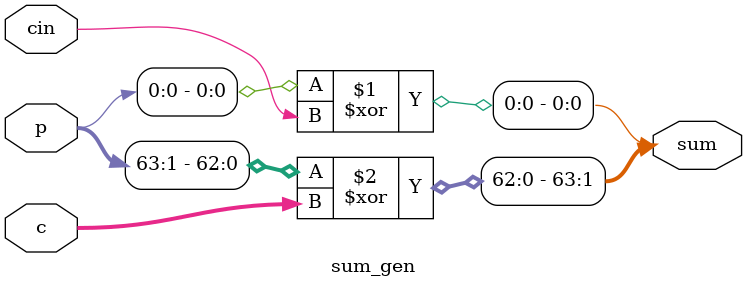
<source format=v>

module CLA_AO_64 (
    a,b,cin,sum,cout
);
input [63:0]a,b;
input cin;
output [63:0]sum;
output cout;
wire [63:0]p,g ;


pg_gen u0 (a,b,p,g);


/* verilator lint_off UNOPTFLAT */  wire [62:0] c;

    AO AO_1 (p[0],cin,g[0],c[0]);
    AO AO_2 (p[1],c[0],g[1],c[1]);
    AO AO_3 (p[2],c[1],g[2],c[2]);
    AO AO_4 (p[3],c[2],g[3],c[3]);
    AO AO_5 (p[4],c[3],g[4],c[4]);
    AO AO_6 (p[5],c[4],g[5],c[5]);
    AO AO_7 (p[6],c[5],g[6],c[6]);
    AO AO_8 (p[7],c[6],g[7],c[7]);
    AO AO_9 (p[8],c[7],g[8],c[8]);
    AO AO_10 (p[9],c[8],g[9],c[9]);
    AO AO_11 (p[10],c[9],g[10],c[10]);
    AO AO_12 (p[11],c[10],g[11],c[11]);
    AO AO_13 (p[12],c[11],g[12],c[12]);
    AO AO_14 (p[13],c[12],g[13],c[13]);
    AO AO_15 (p[14],c[13],g[14],c[14]);
    AO AO_16 (p[15],c[14],g[15],c[15]);
    AO AO_17 (p[16],c[15],g[16],c[16]);
    AO AO_18 (p[17],c[16],g[17],c[17]);
    AO AO_19 (p[18],c[17],g[18],c[18]);
    AO AO_20 (p[19],c[18],g[19],c[19]);
    AO AO_21 (p[20],c[19],g[20],c[20]);
    AO AO_22 (p[21],c[20],g[21],c[21]);
    AO AO_23 (p[22],c[21],g[22],c[22]);
    AO AO_24 (p[23],c[22],g[23],c[23]);
    AO AO_25 (p[24],c[23],g[24],c[24]);
    AO AO_26 (p[25],c[24],g[25],c[25]);
    AO AO_27 (p[26],c[25],g[26],c[26]);
    AO AO_28 (p[27],c[26],g[27],c[27]);
    AO AO_29 (p[28],c[27],g[28],c[28]);
    AO AO_30 (p[29],c[28],g[29],c[29]);
    AO AO_31 (p[30],c[29],g[30],c[30]);
    AO AO_32 (p[31],c[30],g[31],c[31]);
    AO AO_33 (p[32],c[31],g[32],c[32]);
    AO AO_34 (p[33],c[32],g[33],c[33]);
    AO AO_35 (p[34],c[33],g[34],c[34]);
    AO AO_36 (p[35],c[34],g[35],c[35]);
    AO AO_37 (p[36],c[35],g[36],c[36]);
    AO AO_38 (p[37],c[36],g[37],c[37]);
    AO AO_39 (p[38],c[37],g[38],c[38]);
    AO AO_40 (p[39],c[38],g[39],c[39]);
    AO AO_41 (p[40],c[39],g[40],c[40]);
    AO AO_42 (p[41],c[40],g[41],c[41]);
    AO AO_43 (p[42],c[41],g[42],c[42]);
    AO AO_44 (p[43],c[42],g[43],c[43]);
    AO AO_45 (p[44],c[43],g[44],c[44]);
    AO AO_46 (p[45],c[44],g[45],c[45]);
    AO AO_47 (p[46],c[45],g[46],c[46]);
    AO AO_48 (p[47],c[46],g[47],c[47]);
    AO AO_49 (p[48],c[47],g[48],c[48]);
    AO AO_50 (p[49],c[48],g[49],c[49]);
    AO AO_51 (p[50],c[49],g[50],c[50]);
    AO AO_52 (p[51],c[50],g[51],c[51]);
    AO AO_53 (p[52],c[51],g[52],c[52]);
    AO AO_54 (p[53],c[52],g[53],c[53]);
    AO AO_55 (p[54],c[53],g[54],c[54]);
    AO AO_56 (p[55],c[54],g[55],c[55]);
    AO AO_57 (p[56],c[55],g[56],c[56]);
    AO AO_58 (p[57],c[56],g[57],c[57]);
    AO AO_59 (p[58],c[57],g[58],c[58]);
    AO AO_60 (p[59],c[58],g[59],c[59]);
    AO AO_61 (p[60],c[59],g[60],c[60]);
    AO AO_62 (p[61],c[60],g[61],c[61]);
    AO AO_63 (p[62],c[61],g[62],c[62]);
    AO AO_64 (p[63],c[62],g[63],cout);

sum_gen sum_gen_1 (cin, c, p, sum);

endmodule //CLA_AO_64

module pg_gen (
    a,b,p,g    
);
input [63:0]a,b;
output [63:0]p,g;

assign p=a^b;
assign g=a&b;

endmodule 

module AO(
    a,b,c,out
);
input a,b,c;
output out;
wire aoi;
AOI aoi_gate(
    a,b,c,aoi
);
INV inv_gate(
    aoi,out
);
endmodule

module AOI (
    a,b,c,out
);
input a,b,c;
output out;
wire ab;
and and_gate (ab, a, b);
nor nor_gate (out, ab, c);
endmodule //new_adder

module INV (
    a,out
);
input a;
output out;

not inv_gate (out,a);
endmodule

module sum_gen ( cin, c, p, sum );
  input [63:0] p;
  output [63:0] sum;
  input cin;
  input [62:0]c;

assign sum[0]=p[0]^cin;
assign sum[63:1]= p[63:1]^c[62:0];
endmodule

</source>
